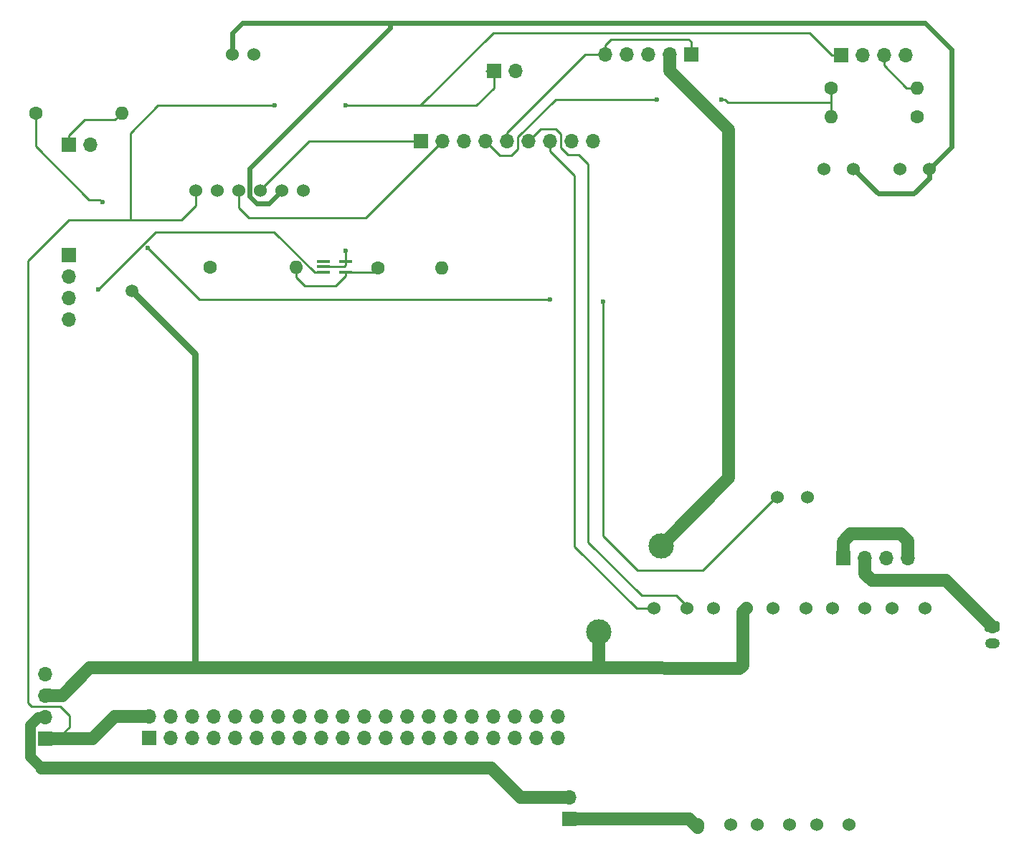
<source format=gbr>
G04 #@! TF.GenerationSoftware,KiCad,Pcbnew,(5.1.5)-3*
G04 #@! TF.CreationDate,2020-04-13T17:47:30-04:00*
G04 #@! TF.ProjectId,Deck_Plate_Daughter,4465636b-5f50-46c6-9174-655f44617567,rev?*
G04 #@! TF.SameCoordinates,Original*
G04 #@! TF.FileFunction,Copper,L1,Top*
G04 #@! TF.FilePolarity,Positive*
%FSLAX46Y46*%
G04 Gerber Fmt 4.6, Leading zero omitted, Abs format (unit mm)*
G04 Created by KiCad (PCBNEW (5.1.5)-3) date 2020-04-13 17:47:30*
%MOMM*%
%LPD*%
G04 APERTURE LIST*
%ADD10O,1.700000X1.700000*%
%ADD11R,1.700000X1.700000*%
%ADD12R,1.500000X0.400000*%
%ADD13O,1.600000X1.600000*%
%ADD14C,1.600000*%
%ADD15C,1.524000*%
%ADD16O,1.750000X1.200000*%
%ADD17C,0.100000*%
%ADD18C,0.600000*%
%ADD19C,3.000000*%
%ADD20C,1.500000*%
%ADD21C,0.250000*%
%ADD22C,1.500000*%
%ADD23C,1.300000*%
%ADD24C,0.750000*%
%ADD25C,0.600000*%
G04 APERTURE END LIST*
D10*
X86950000Y-81950000D03*
X86950000Y-79410000D03*
X86950000Y-76870000D03*
D11*
X86950000Y-74330000D03*
D12*
X119620000Y-75030000D03*
X119620000Y-76330000D03*
X116960000Y-76330000D03*
X116960000Y-75680000D03*
X116960000Y-75030000D03*
D13*
X113780000Y-75780000D03*
D14*
X103620000Y-75780000D03*
D13*
X130950000Y-75810000D03*
D14*
X123450000Y-75810000D03*
D10*
X89520000Y-61250000D03*
D11*
X86980000Y-61250000D03*
D10*
X185710000Y-50680000D03*
X183170000Y-50680000D03*
X180630000Y-50680000D03*
D11*
X178090000Y-50680000D03*
D13*
X176910000Y-57990000D03*
D14*
X187070000Y-57990000D03*
D13*
X187080000Y-54540000D03*
D14*
X176920000Y-54540000D03*
D10*
X139660000Y-52560000D03*
D11*
X137120000Y-52560000D03*
D10*
X150254000Y-50592000D03*
X152794000Y-50592000D03*
X155334000Y-50592000D03*
X157874000Y-50592000D03*
D11*
X160414000Y-50592000D03*
D10*
X84140000Y-123820000D03*
X84140000Y-126360000D03*
X84140000Y-128900000D03*
D11*
X84140000Y-131440000D03*
D10*
X185993200Y-110138500D03*
X183453200Y-110138500D03*
X180913200Y-110138500D03*
D11*
X178373200Y-110138500D03*
D10*
X148844000Y-60833000D03*
X146304000Y-60833000D03*
X143764000Y-60833000D03*
X141224000Y-60833000D03*
X138684000Y-60833000D03*
X136144000Y-60833000D03*
X133604000Y-60833000D03*
X131064000Y-60833000D03*
D11*
X128524000Y-60833000D03*
D10*
X144696180Y-128803400D03*
X144696180Y-131343400D03*
X142156180Y-128803400D03*
X142156180Y-131343400D03*
X139616180Y-128803400D03*
X139616180Y-131343400D03*
X137076180Y-128803400D03*
X137076180Y-131343400D03*
X134536180Y-128803400D03*
X134536180Y-131343400D03*
X131996180Y-128803400D03*
X131996180Y-131343400D03*
X129456180Y-128803400D03*
X129456180Y-131343400D03*
X126916180Y-128803400D03*
X126916180Y-131343400D03*
X124376180Y-128803400D03*
X124376180Y-131343400D03*
X121836180Y-128803400D03*
X121836180Y-131343400D03*
X119296180Y-128803400D03*
X119296180Y-131343400D03*
X116756180Y-128803400D03*
X116756180Y-131343400D03*
X114216180Y-128803400D03*
X114216180Y-131343400D03*
X111676180Y-128803400D03*
X111676180Y-131343400D03*
X109136180Y-128803400D03*
X109136180Y-131343400D03*
X106596180Y-128803400D03*
X106596180Y-131343400D03*
X104056180Y-128803400D03*
X104056180Y-131343400D03*
X101516180Y-128803400D03*
X101516180Y-131343400D03*
X98976180Y-128803400D03*
X98976180Y-131343400D03*
X96436180Y-128803400D03*
D11*
X96436180Y-131343400D03*
D15*
X108773600Y-50552000D03*
X106233600Y-50552000D03*
X114641000Y-66681000D03*
X112101000Y-66681000D03*
X109561000Y-66681000D03*
X107021000Y-66681000D03*
X104481000Y-66681000D03*
X101941000Y-66681000D03*
X156060000Y-116073800D03*
X159920800Y-116073800D03*
X163070400Y-116073800D03*
X166931200Y-116073800D03*
X170080800Y-116073800D03*
X173941600Y-116073800D03*
X177091200Y-116073800D03*
X180952000Y-116073800D03*
X184152400Y-116073800D03*
X187987800Y-116073800D03*
X179072400Y-141600800D03*
X175211600Y-141600800D03*
X168201200Y-141600800D03*
X172062000Y-141600800D03*
X165051600Y-141600800D03*
X161190800Y-141600800D03*
X174112800Y-102884200D03*
X170607600Y-102909600D03*
X176094000Y-64174600D03*
X179599200Y-64149200D03*
X185034800Y-64149200D03*
X188540000Y-64149200D03*
D13*
X93190000Y-57520000D03*
D14*
X83030000Y-57520000D03*
D10*
X146070280Y-138364320D03*
D11*
X146070280Y-140904320D03*
D16*
X195950000Y-120200000D03*
G04 #@! TA.AperFunction,ComponentPad*
D17*
G36*
X196599505Y-117601204D02*
G01*
X196623773Y-117604804D01*
X196647572Y-117610765D01*
X196670671Y-117619030D01*
X196692850Y-117629520D01*
X196713893Y-117642132D01*
X196733599Y-117656747D01*
X196751777Y-117673223D01*
X196768253Y-117691401D01*
X196782868Y-117711107D01*
X196795480Y-117732150D01*
X196805970Y-117754329D01*
X196814235Y-117777428D01*
X196820196Y-117801227D01*
X196823796Y-117825495D01*
X196825000Y-117849999D01*
X196825000Y-118550001D01*
X196823796Y-118574505D01*
X196820196Y-118598773D01*
X196814235Y-118622572D01*
X196805970Y-118645671D01*
X196795480Y-118667850D01*
X196782868Y-118688893D01*
X196768253Y-118708599D01*
X196751777Y-118726777D01*
X196733599Y-118743253D01*
X196713893Y-118757868D01*
X196692850Y-118770480D01*
X196670671Y-118780970D01*
X196647572Y-118789235D01*
X196623773Y-118795196D01*
X196599505Y-118798796D01*
X196575001Y-118800000D01*
X195324999Y-118800000D01*
X195300495Y-118798796D01*
X195276227Y-118795196D01*
X195252428Y-118789235D01*
X195229329Y-118780970D01*
X195207150Y-118770480D01*
X195186107Y-118757868D01*
X195166401Y-118743253D01*
X195148223Y-118726777D01*
X195131747Y-118708599D01*
X195117132Y-118688893D01*
X195104520Y-118667850D01*
X195094030Y-118645671D01*
X195085765Y-118622572D01*
X195079804Y-118598773D01*
X195076204Y-118574505D01*
X195075000Y-118550001D01*
X195075000Y-117849999D01*
X195076204Y-117825495D01*
X195079804Y-117801227D01*
X195085765Y-117777428D01*
X195094030Y-117754329D01*
X195104520Y-117732150D01*
X195117132Y-117711107D01*
X195131747Y-117691401D01*
X195148223Y-117673223D01*
X195166401Y-117656747D01*
X195186107Y-117642132D01*
X195207150Y-117629520D01*
X195229329Y-117619030D01*
X195252428Y-117610765D01*
X195276227Y-117604804D01*
X195300495Y-117601204D01*
X195324999Y-117600000D01*
X196575001Y-117600000D01*
X196599505Y-117601204D01*
G37*
G04 #@! TD.AperFunction*
D18*
X119620000Y-73780000D03*
X111252000Y-56642000D03*
X119634000Y-56642000D03*
D19*
X156840000Y-108680000D03*
X149530000Y-118850000D03*
D20*
X94390000Y-78510000D03*
D18*
X156330000Y-55890000D03*
X163970000Y-55890000D03*
X150050000Y-79840000D03*
X143730001Y-79540001D03*
X96230000Y-73450000D03*
X90919996Y-68060000D03*
X90410000Y-78330000D03*
D21*
X119620000Y-75030000D02*
X119620000Y-73780000D01*
X119620000Y-75480000D02*
X119620000Y-75030000D01*
X119420000Y-75680000D02*
X119620000Y-75480000D01*
X116960000Y-75680000D02*
X119420000Y-75680000D01*
D22*
X185191700Y-107271700D02*
X185993200Y-108073200D01*
X179258300Y-107271700D02*
X185191700Y-107271700D01*
X178373200Y-110138500D02*
X178373200Y-108156800D01*
X185993200Y-108073200D02*
X185993200Y-110138500D01*
X178373200Y-108156800D02*
X179258300Y-107271700D01*
X190520000Y-112770000D02*
X195950000Y-118200000D01*
X183544700Y-112770000D02*
X190520000Y-112770000D01*
X183544700Y-112770000D02*
X181730000Y-112770000D01*
X180913200Y-111953200D02*
X180913200Y-110138500D01*
X181730000Y-112770000D02*
X180913200Y-111953200D01*
X161190800Y-141927840D02*
X161190800Y-141600800D01*
X160162960Y-140900000D02*
X161190800Y-141927840D01*
X146070280Y-140904320D02*
X146074600Y-140900000D01*
X146074600Y-140900000D02*
X160162960Y-140900000D01*
D23*
X83269998Y-128900000D02*
X82339999Y-129829999D01*
X82339999Y-129829999D02*
X82339999Y-133589999D01*
X84140000Y-128900000D02*
X83269998Y-128900000D01*
D22*
X146064600Y-138370000D02*
X146070280Y-138364320D01*
X140262300Y-138370000D02*
X146064600Y-138370000D01*
X136829800Y-134937500D02*
X140262300Y-138370000D01*
D23*
X82339999Y-133589999D02*
X83687500Y-134937500D01*
D22*
X83687500Y-134937500D02*
X136829800Y-134937500D01*
D21*
X147908000Y-50592000D02*
X150254000Y-50592000D01*
X138684000Y-60833000D02*
X138684000Y-59816000D01*
X138684000Y-59816000D02*
X147908000Y-50592000D01*
X160120000Y-48810000D02*
X160414000Y-49104000D01*
X150958000Y-48810000D02*
X160120000Y-48810000D01*
X150254000Y-50592000D02*
X150254000Y-49514000D01*
X160414000Y-49104000D02*
X160414000Y-50592000D01*
X150254000Y-49514000D02*
X150958000Y-48810000D01*
X96423480Y-128816100D02*
X96436180Y-128803400D01*
X136240000Y-52560000D02*
X137120000Y-52560000D01*
X119634000Y-56642000D02*
X128437998Y-56642000D01*
X137120000Y-54560000D02*
X137120000Y-52560000D01*
X128437998Y-56642000D02*
X135038000Y-56642000D01*
X135038000Y-56642000D02*
X137120000Y-54560000D01*
X174360000Y-48050000D02*
X176990000Y-50680000D01*
X128437998Y-56642000D02*
X137029998Y-48050000D01*
X176990000Y-50680000D02*
X178090000Y-50680000D01*
X137029998Y-48050000D02*
X174360000Y-48050000D01*
X101941000Y-66681000D02*
X101941000Y-68469000D01*
X100230000Y-70180000D02*
X97070000Y-70180000D01*
X101941000Y-68469000D02*
X100230000Y-70180000D01*
X94210000Y-59870000D02*
X94210000Y-68960000D01*
X95430000Y-70180000D02*
X97070000Y-70180000D01*
X111252000Y-56642000D02*
X97438000Y-56642000D01*
X97438000Y-56642000D02*
X94210000Y-59870000D01*
X82140000Y-127220000D02*
X82140000Y-74950000D01*
X82530000Y-127610000D02*
X82140000Y-127220000D01*
X82140000Y-74950000D02*
X86910000Y-70180000D01*
X85687440Y-131400720D02*
X86990000Y-130098160D01*
X86990000Y-130098160D02*
X86990000Y-128720000D01*
X86990000Y-128720000D02*
X85880000Y-127610000D01*
X85880000Y-127610000D02*
X82530000Y-127610000D01*
X94210000Y-68960000D02*
X94210000Y-70180000D01*
X86910000Y-70180000D02*
X94210000Y-70180000D01*
X94210000Y-70180000D02*
X95430000Y-70180000D01*
D22*
X92392500Y-128816100D02*
X96423480Y-128816100D01*
X89717880Y-131490720D02*
X92392500Y-128816100D01*
X84140000Y-131440000D02*
X84190720Y-131490720D01*
X84190720Y-131490720D02*
X89717880Y-131490720D01*
D21*
X164840000Y-123080000D02*
X164920000Y-123160000D01*
D22*
X149530000Y-118850000D02*
X149530000Y-119274264D01*
X149530000Y-119274264D02*
X149530000Y-123110000D01*
X149530000Y-123110000D02*
X164920000Y-123160000D01*
D21*
X156840000Y-108670000D02*
X156840000Y-108680000D01*
D22*
X101850000Y-123110000D02*
X149530000Y-123110000D01*
D24*
X101850000Y-123110000D02*
X101850000Y-85970000D01*
X95139999Y-79259999D02*
X94390000Y-78510000D01*
X101850000Y-85970000D02*
X95139999Y-79259999D01*
D22*
X164840000Y-100670000D02*
X156840000Y-108670000D01*
X164840000Y-59470004D02*
X164840000Y-100670000D01*
X157874000Y-50592000D02*
X157874000Y-52504004D01*
X157874000Y-52504004D02*
X164840000Y-59470004D01*
X166502080Y-122802080D02*
X166502080Y-116502920D01*
X166502080Y-116502920D02*
X166931200Y-116073800D01*
X164920000Y-123160000D02*
X166139560Y-123164600D01*
X166139560Y-123164600D02*
X166502080Y-122802080D01*
X89430000Y-123110000D02*
X101850000Y-123110000D01*
X86180000Y-126360000D02*
X89430000Y-123110000D01*
X84140000Y-126360000D02*
X86180000Y-126360000D01*
X84587440Y-126320720D02*
X84179280Y-126320720D01*
X84179280Y-126320720D02*
X84140000Y-126360000D01*
D21*
X176920000Y-57980000D02*
X176910000Y-57990000D01*
X176920000Y-54540000D02*
X176910000Y-56270000D01*
X176910000Y-56270000D02*
X176920000Y-57980000D01*
X176910000Y-56270000D02*
X164774264Y-56270000D01*
X164394264Y-55890000D02*
X163970000Y-55890000D01*
X164774264Y-56270000D02*
X164394264Y-55890000D01*
X155905736Y-55890000D02*
X156330000Y-55890000D01*
X144427998Y-55890000D02*
X155905736Y-55890000D01*
X137861000Y-62550000D02*
X139150000Y-62550000D01*
X139150000Y-62550000D02*
X139950000Y-61750000D01*
X136144000Y-60833000D02*
X137861000Y-62550000D01*
X139950000Y-61750000D02*
X139950000Y-60367998D01*
X139950000Y-60367998D02*
X144427998Y-55890000D01*
X143730001Y-79540001D02*
X102320001Y-79540001D01*
X102320001Y-79540001D02*
X96230000Y-73450000D01*
X90619997Y-67760001D02*
X90919996Y-68060000D01*
X83030000Y-57520000D02*
X83030000Y-61460000D01*
X89330001Y-67760001D02*
X90619997Y-67760001D01*
X83030000Y-61460000D02*
X89330001Y-67760001D01*
X150050000Y-107530000D02*
X150050000Y-79840000D01*
X154100000Y-111580000D02*
X150050000Y-107530000D01*
X161750000Y-111580000D02*
X154100000Y-111580000D01*
X170607600Y-102909600D02*
X170420400Y-102909600D01*
X170420400Y-102909600D02*
X161750000Y-111580000D01*
D25*
X106233600Y-50552000D02*
X106233600Y-48063780D01*
X107447380Y-46850000D02*
X124840000Y-46850000D01*
X106233600Y-48063780D02*
X107447380Y-46850000D01*
X109120000Y-68210000D02*
X110572000Y-68210000D01*
X108290000Y-67380000D02*
X109120000Y-68210000D01*
X108290000Y-64040000D02*
X108290000Y-67380000D01*
X110572000Y-68210000D02*
X112101000Y-66681000D01*
X124840000Y-46850000D02*
X124840000Y-47490000D01*
X124840000Y-47490000D02*
X108290000Y-64040000D01*
X187990000Y-46850000D02*
X124840000Y-46850000D01*
X191150000Y-50010000D02*
X187990000Y-46850000D01*
X191150000Y-61539200D02*
X188540000Y-64149200D01*
X191150000Y-50010000D02*
X191150000Y-61539200D01*
X188540000Y-65226830D02*
X186716830Y-67050000D01*
X188540000Y-64149200D02*
X188540000Y-65226830D01*
X182500000Y-67050000D02*
X179599200Y-64149200D01*
X186716830Y-67050000D02*
X182500000Y-67050000D01*
D21*
X153975680Y-116073800D02*
X156060000Y-116073800D01*
X146634200Y-108732320D02*
X153975680Y-116073800D01*
X143764000Y-60833000D02*
X143764000Y-62035081D01*
X146634200Y-64905281D02*
X146634200Y-108732320D01*
X143764000Y-62035081D02*
X146634200Y-64905281D01*
X159920800Y-115770800D02*
X159920800Y-116073800D01*
X145021300Y-61569600D02*
X145859500Y-62407800D01*
X141224000Y-60833000D02*
X142646400Y-59410600D01*
X144424400Y-59410600D02*
X145021300Y-60007500D01*
X142646400Y-59410600D02*
X144424400Y-59410600D01*
X145021300Y-60007500D02*
X145021300Y-61569600D01*
X158680000Y-114530000D02*
X159920800Y-115770800D01*
X145859500Y-62407800D02*
X147104100Y-62407800D01*
X147104100Y-62407800D02*
X148250000Y-63553700D01*
X148250000Y-108219600D02*
X154560400Y-114530000D01*
X148250000Y-63553700D02*
X148250000Y-108219600D01*
X154560400Y-114530000D02*
X158680000Y-114530000D01*
X107021000Y-68711000D02*
X107021000Y-66681000D01*
X108210000Y-69900000D02*
X107021000Y-68711000D01*
X131064000Y-60833000D02*
X121997000Y-69900000D01*
X121997000Y-69900000D02*
X108210000Y-69900000D01*
X109520000Y-66580000D02*
X109520000Y-66640000D01*
X128524000Y-60833000D02*
X115267000Y-60833000D01*
X109520000Y-66640000D02*
X109561000Y-66681000D01*
X115267000Y-60833000D02*
X109520000Y-66580000D01*
X185948630Y-54540000D02*
X187080000Y-54540000D01*
X185827919Y-54540000D02*
X185948630Y-54540000D01*
X183170000Y-51882081D02*
X185827919Y-54540000D01*
X183170000Y-50680000D02*
X183170000Y-51882081D01*
X86980000Y-60150000D02*
X86980000Y-61250000D01*
X92390001Y-58319999D02*
X88810001Y-58319999D01*
X88810001Y-58319999D02*
X86980000Y-60150000D01*
X93190000Y-57520000D02*
X92390001Y-58319999D01*
X122930000Y-76330000D02*
X123450000Y-75810000D01*
X119620000Y-76330000D02*
X122930000Y-76330000D01*
X113780000Y-76911370D02*
X114828630Y-77960000D01*
X113780000Y-75780000D02*
X113780000Y-76911370D01*
X119620000Y-76780000D02*
X119620000Y-76330000D01*
X118440000Y-77960000D02*
X119620000Y-76780000D01*
X114828630Y-77960000D02*
X118440000Y-77960000D01*
X97190000Y-71550000D02*
X90709999Y-78030001D01*
X90709999Y-78030001D02*
X90410000Y-78330000D01*
X111180000Y-71550000D02*
X97190000Y-71550000D01*
X115960000Y-76330000D02*
X111180000Y-71550000D01*
X116960000Y-76330000D02*
X115960000Y-76330000D01*
M02*

</source>
